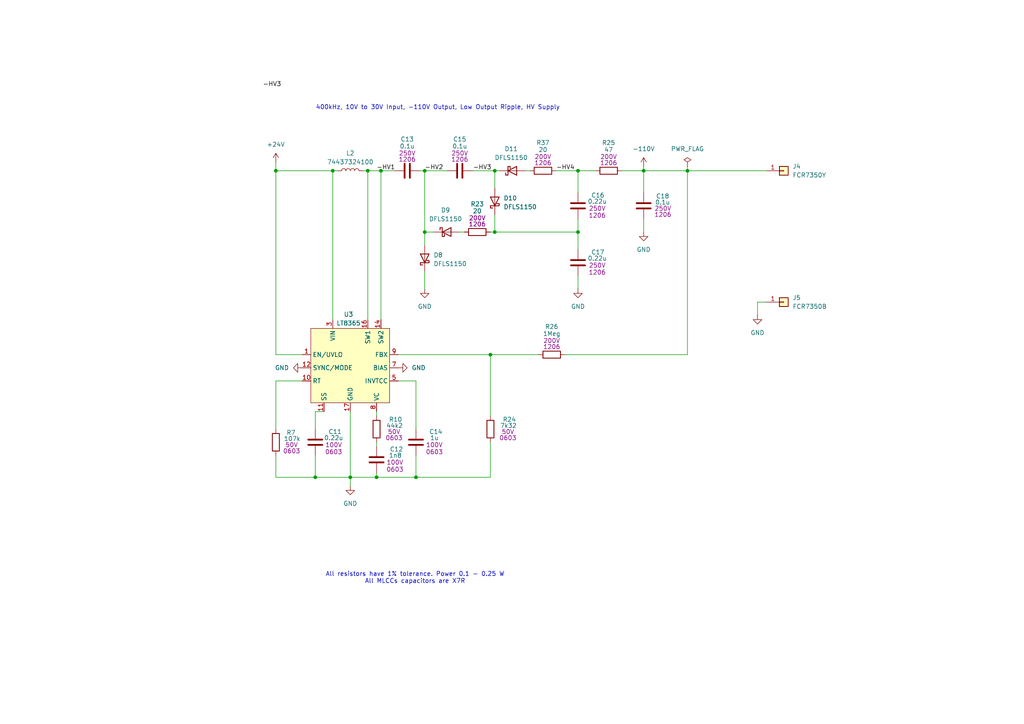
<source format=kicad_sch>
(kicad_sch (version 20231120) (generator "eeschema") (generator_version "8.0")
  (paper "A4")
  (lib_symbols
    (symbol "BOOST_LT8365:-110V" (power) (pin_numbers hide) (pin_names (offset 0) hide)
      (property "Value" "-110V" (at 0 3.556 0))
      (symbol "-110V_0_1"
        (polyline (pts (xy -0.762 1.27) (xy 0 2.54)))
        (polyline (pts (xy 0 0) (xy 0 2.54)))
        (polyline (pts (xy 0 2.54) (xy 0.762 1.27)))
      )
      (symbol "-110V_1_1"
        (pin power_in line (at 0 0 90) (length 0) (name "~") (number "1"))
      )
    )
    (symbol "BOOST_LT8365:LT8365"
      (property "Reference" "U" (at 0 12.446 0))
      (property "Value" "LT8365" (at 1.27 0 0))
      (symbol "LT8365_0_0"
        (pin passive line (at -13.97 -3.81 0) (length 2.54) (name "RT") (number "10"))
        (pin input line (at -7.62 -12.7 90) (length 2.54) (name "SS") (number "11"))
        (pin passive line (at 8.89 13.97 270) (length 2.54) (name "SW2") (number "14"))
        (pin passive line (at 5.08 13.97 270) (length 2.54) (name "SW1") (number "16"))
        (pin passive line (at 13.97 -3.81 180) (length 2.54) (name "INVTCC") (number "5"))
        (pin passive line (at 13.97 0 180) (length 2.54) (name "BIAS") (number "7"))
        (pin output line (at 7.62 -12.7 90) (length 2.54) (name "VC") (number "8"))
        (pin input line (at 13.97 3.81 180) (length 2.54) (name "FBX") (number "9"))
      )
      (symbol "LT8365_1_0"
        (pin passive line (at -13.97 3.81 0) (length 2.54) (name "EN/UVLO") (number "1"))
        (pin passive line (at -13.97 0 0) (length 2.54) (name "SYNC/MODE") (number "12"))
        (pin passive line (at 0 -12.7 90) (length 2.54) (name "GND") (number "17"))
        (pin passive line (at -5.08 13.97 270) (length 2.54) (name "VIN") (number "3"))
        (pin no_connect line (at 0 11.43 270) (length 2.54) hide (name "NC") (number "6"))
      )
      (symbol "LT8365_1_1"
        (rectangle (start -11.43 11.43) (end 11.43 -10.16) (fill (type background)))
      )
    )
    (symbol "Connector_Generic:Conn_01x01" (pin_names (offset 1.016) hide)
      (property "Reference" "J" (at 0 2.54 0))
      (property "Value" "Conn_01x01" (at 0 -2.54 0))
      (symbol "Conn_01x01_1_1"
        (rectangle (start -1.27 0.127) (end 0 -0.127) (stroke (width 0.1524)))
        (rectangle (start -1.27 1.27) (end 1.27 -1.27) (stroke (width 0.254)) (fill (type background)))
        (pin passive line (at -5.08 0 0) (length 3.81) (name "Pin_1") (number "1"))
      )
    )
    (symbol "Device:C" (pin_numbers hide) (pin_names (offset 0.254))
      (property "Reference" "C" (at 0.635 2.54 0))
      (property "Value" "C" (at 0.635 -2.54 0))
      (symbol "C_0_1"
        (polyline (pts (xy -2.032 -0.762) (xy 2.032 -0.762)) (stroke (width 0.508)))
        (polyline (pts (xy -2.032 0.762) (xy 2.032 0.762)) (stroke (width 0.508)))
      )
      (symbol "C_1_1"
        (pin passive line (at 0 3.81 270) (length 2.794) (name "~") (number "1"))
        (pin passive line (at 0 -3.81 90) (length 2.794) (name "~") (number "2"))
      )
    )
    (symbol "Device:D_Schottky" (pin_numbers hide) (pin_names (offset 1.016) hide)
      (property "Reference" "D" (at 0 2.54 0))
      (property "Value" "D_Schottky" (at 0 -2.54 0))
      (symbol "D_Schottky_0_1"
        (polyline (pts (xy 1.27 0) (xy -1.27 0)))
        (polyline (pts (xy 1.27 1.27) (xy 1.27 -1.27) (xy -1.27 0) (xy 1.27 1.27)) (stroke (width 0.254)))
        (polyline (pts (xy -1.905 0.635) (xy -1.905 1.27) (xy -1.27 1.27) (xy -1.27 -1.27) (xy -0.635 -1.27) (xy -0.635 -0.635)) (stroke (width 0.254)))
      )
      (symbol "D_Schottky_1_1"
        (pin passive line (at -3.81 0 0) (length 2.54) (name "K") (number "1"))
        (pin passive line (at 3.81 0 180) (length 2.54) (name "A") (number "2"))
      )
    )
    (symbol "Device:L" (pin_numbers hide) (pin_names (offset 1.016) hide)
      (property "Reference" "L" (at -1.27 0 90))
      (property "Value" "L" (at 1.905 0 90))
      (symbol "L_0_1"
        (arc (start 0 -2.54) (mid 0.6323 -1.905) (end 0 -1.27))
        (arc (start 0 -1.27) (mid 0.6323 -0.635) (end 0 0))
        (arc (start 0 0) (mid 0.6323 0.635) (end 0 1.27))
        (arc (start 0 1.27) (mid 0.6323 1.905) (end 0 2.54))
      )
      (symbol "L_1_1"
        (pin passive line (at 0 3.81 270) (length 1.27) (name "1") (number "1"))
        (pin passive line (at 0 -3.81 90) (length 1.27) (name "2") (number "2"))
      )
    )
    (symbol "Device:R" (pin_numbers hide) (pin_names (offset 0))
      (property "Reference" "R" (at 2.032 0 90))
      (property "Value" "R" (at 0 0 90))
      (symbol "R_0_1"
        (rectangle (start -1.016 -2.54) (end 1.016 2.54) (stroke (width 0.254)))
      )
      (symbol "R_1_1"
        (pin passive line (at 0 3.81 270) (length 1.27) (name "~") (number "1"))
        (pin passive line (at 0 -3.81 90) (length 1.27) (name "~") (number "2"))
      )
    )
    (symbol "power:+24V" (power) (pin_numbers hide) (pin_names (offset 0) hide)
      (property "Value" "+24V" (at 0 3.556 0))
      (symbol "+24V_0_1"
        (polyline (pts (xy -0.762 1.27) (xy 0 2.54)))
        (polyline (pts (xy 0 0) (xy 0 2.54)))
        (polyline (pts (xy 0 2.54) (xy 0.762 1.27)))
      )
      (symbol "+24V_1_1"
        (pin power_in line (at 0 0 90) (length 0) (name "~") (number "1"))
      )
    )
    (symbol "power:GND" (power) (pin_numbers hide) (pin_names (offset 0) hide)
      (property "Value" "GND" (at 0 -3.81 0))
      (symbol "GND_0_1"
        (polyline (pts (xy 0 0) (xy 0 -1.27) (xy 1.27 -1.27) (xy 0 -2.54) (xy -1.27 -1.27) (xy 0 -1.27)))
      )
      (symbol "GND_1_1"
        (pin power_in line (at 0 0 270) (length 0) (name "~") (number "1"))
      )
    )
    (symbol "power:PWR_FLAG" (power) (pin_numbers hide) (pin_names (offset 0) hide)
      (property "Value" "PWR_FLAG" (at 0 3.81 0))
      (symbol "PWR_FLAG_0_0"
        (pin power_out line (at 0 0 90) (length 0) (name "~") (number "1"))
      )
      (symbol "PWR_FLAG_0_1"
        (polyline (pts (xy 0 0) (xy 0 1.27) (xy -1.016 1.905) (xy 0 2.54) (xy 1.016 1.905) (xy 0 1.27)))
      )
    )
  )
  (junction (at 109.22 138.43))
  (junction (at 186.69 49.53))
  (junction (at 143.51 67.31))
  (junction (at 106.68 49.53))
  (junction (at 167.64 67.31))
  (junction (at 101.6 138.43))
  (junction (at 91.44 138.43))
  (junction (at 110.49 49.53))
  (junction (at 96.52 49.53))
  (junction (at 120.65 138.43))
  (junction (at 123.19 67.31))
  (junction (at 199.39 49.53))
  (junction (at 123.19 49.53))
  (junction (at 80.01 49.53))
  (junction (at 142.24 102.87))
  (junction (at 143.51 49.53))
  (junction (at 167.64 49.53))
  (wire (pts (xy 199.39 49.53) (xy 222.25 49.53)))
  (wire (pts (xy 120.65 110.49) (xy 115.57 110.49)))
  (wire (pts (xy 109.22 128.27) (xy 109.22 129.54)))
  (wire (pts (xy 219.71 87.63) (xy 222.25 87.63)))
  (wire (pts (xy 110.49 49.53) (xy 114.3 49.53)))
  (wire (pts (xy 186.69 48.26) (xy 186.69 49.53)))
  (wire (pts (xy 109.22 120.65) (xy 109.22 119.38)))
  (wire (pts (xy 180.34 49.53) (xy 186.69 49.53)))
  (wire (pts (xy 123.19 49.53) (xy 129.54 49.53)))
  (wire (pts (xy 143.51 54.61) (xy 143.51 49.53)))
  (wire (pts (xy 80.01 124.46) (xy 80.01 110.49)))
  (wire (pts (xy 123.19 67.31) (xy 123.19 49.53)))
  (wire (pts (xy 120.65 124.46) (xy 120.65 110.49)))
  (wire (pts (xy 186.69 63.5) (xy 186.69 67.31)))
  (wire (pts (xy 105.41 49.53) (xy 106.68 49.53)))
  (wire (pts (xy 123.19 78.74) (xy 123.19 83.82)))
  (wire (pts (xy 91.44 138.43) (xy 91.44 132.08)))
  (wire (pts (xy 110.49 92.71) (xy 110.49 49.53)))
  (wire (pts (xy 109.22 138.43) (xy 120.65 138.43)))
  (wire (pts (xy 152.4 49.53) (xy 153.67 49.53)))
  (wire (pts (xy 80.01 138.43) (xy 91.44 138.43)))
  (wire (pts (xy 80.01 46.99) (xy 80.01 49.53)))
  (wire (pts (xy 101.6 138.43) (xy 91.44 138.43)))
  (wire (pts (xy 120.65 138.43) (xy 120.65 132.08)))
  (wire (pts (xy 161.29 49.53) (xy 167.64 49.53)))
  (wire (pts (xy 142.24 102.87) (xy 142.24 120.65)))
  (wire (pts (xy 186.69 55.88) (xy 186.69 49.53)))
  (wire (pts (xy 80.01 110.49) (xy 87.63 110.49)))
  (wire (pts (xy 143.51 67.31) (xy 167.64 67.31)))
  (wire (pts (xy 91.44 124.46) (xy 91.44 119.38)))
  (wire (pts (xy 142.24 67.31) (xy 143.51 67.31)))
  (wire (pts (xy 133.35 67.31) (xy 134.62 67.31)))
  (wire (pts (xy 142.24 128.27) (xy 142.24 138.43)))
  (wire (pts (xy 143.51 67.31) (xy 143.51 62.23)))
  (wire (pts (xy 137.16 49.53) (xy 143.51 49.53)))
  (wire (pts (xy 167.64 49.53) (xy 167.64 55.88)))
  (wire (pts (xy 163.83 102.87) (xy 199.39 102.87)))
  (wire (pts (xy 101.6 119.38) (xy 101.6 138.43)))
  (wire (pts (xy 87.63 102.87) (xy 80.01 102.87)))
  (wire (pts (xy 142.24 102.87) (xy 156.21 102.87)))
  (wire (pts (xy 106.68 49.53) (xy 106.68 92.71)))
  (wire (pts (xy 80.01 102.87) (xy 80.01 49.53)))
  (wire (pts (xy 109.22 137.16) (xy 109.22 138.43)))
  (wire (pts (xy 115.57 102.87) (xy 142.24 102.87)))
  (wire (pts (xy 143.51 49.53) (xy 144.78 49.53)))
  (wire (pts (xy 123.19 67.31) (xy 123.19 71.12)))
  (wire (pts (xy 101.6 138.43) (xy 109.22 138.43)))
  (wire (pts (xy 167.64 67.31) (xy 167.64 72.39)))
  (wire (pts (xy 91.44 119.38) (xy 93.98 119.38)))
  (wire (pts (xy 219.71 91.44) (xy 219.71 87.63)))
  (wire (pts (xy 199.39 49.53) (xy 199.39 102.87)))
  (wire (pts (xy 80.01 132.08) (xy 80.01 138.43)))
  (wire (pts (xy 120.65 138.43) (xy 142.24 138.43)))
  (wire (pts (xy 106.68 49.53) (xy 110.49 49.53)))
  (wire (pts (xy 199.39 48.26) (xy 199.39 49.53)))
  (wire (pts (xy 123.19 67.31) (xy 125.73 67.31)))
  (wire (pts (xy 123.19 49.53) (xy 121.92 49.53)))
  (wire (pts (xy 101.6 138.43) (xy 101.6 140.97)))
  (wire (pts (xy 80.01 49.53) (xy 96.52 49.53)))
  (wire (pts (xy 167.64 63.5) (xy 167.64 67.31)))
  (wire (pts (xy 97.79 49.53) (xy 96.52 49.53)))
  (wire (pts (xy 186.69 49.53) (xy 199.39 49.53)))
  (wire (pts (xy 96.52 49.53) (xy 96.52 92.71)))
  (wire (pts (xy 167.64 80.01) (xy 167.64 83.82)))
  (wire (pts (xy 167.64 49.53) (xy 172.72 49.53)))
  (text "All resistors have 1% tolerance. Power 0.1 - 0.25 W\nAll MLCCs capacitors are X7R" (at 120.396 167.64 0) (effects (font (size 1.27 1.27))))
  (text "400kHz, 10V to 30V Input, -110V Output, Low Output Ripple, HV Supply" (at 127 31.242 0) (effects (font (size 1.27 1.27))))
  (label "-HV3" (at 76.2 25.4 0))
  (label "-HV4" (at 161.29 49.53 0))
  (label "-HV1" (at 109.22 49.53 0))
  (label "-HV2" (at 123.19 49.53 0))
  (label "-HV3" (at 137.16 49.53 0))
  (symbol (lib_id "power:GND") (at 123.19 83.82 0) (unit 1)
    (property "Reference" "#PWR021" (effects (hide yes)))
    (property "Value" "GND" (at 123.19 88.9 0))
    (property "Description" "Power symbol creates a global label with name \"GND\" , ground" (effects (hide yes)))
  )
  (symbol (lib_id "Device:R") (at 157.48 49.53 90) (unit 1)
    (property "Reference" "R37" (at 157.48 41.402 90))
    (property "Value" "20" (at 157.48 43.434 90))
    (property "Footprint" "Resistor_SMD:R_1206_3216Metric_Pad1.30x1.75mm_HandSolder" (effects (hide yes)))
    (property "Description" "Resistor" (effects (hide yes)))
    (property "Voltage" "200V" (at 157.48 45.466 90))
    (property "Package" "1206" (at 157.48 47.244 90))
  )
  (symbol (lib_id "Device:C") (at 120.65 128.27 0) (unit 1)
    (property "Reference" "C14" (at 124.46 125.222 0) (effects (justify left)))
    (property "Value" "1u" (at 124.714 127 0) (effects (justify left)))
    (property "Footprint" "Capacitor_SMD:C_0603_1608Metric_Pad1.08x0.95mm_HandSolder" (effects (hide yes)))
    (property "Description" "Unpolarized capacitor" (effects (hide yes)))
    (property "Voltage" "100V" (at 125.984 129.032 0))
    (property "Package" "0603" (at 125.984 131.064 0))
  )
  (symbol (lib_id "Device:L") (at 101.6 49.53 90) (unit 1)
    (property "Reference" "L2" (at 101.6 44.45 90))
    (property "Value" "74437324100" (at 101.6 46.99 90))
    (property "Description" "Inductor" (effects (hide yes)))
  )
  (symbol (lib_id "Device:R") (at 160.02 102.87 90) (unit 1)
    (property "Reference" "R26" (at 160.02 94.742 90))
    (property "Value" "1Meg" (at 160.02 96.774 90))
    (property "Footprint" "Resistor_SMD:R_1206_3216Metric_Pad1.30x1.75mm_HandSolder" (effects (hide yes)))
    (property "Description" "Resistor" (effects (hide yes)))
    (property "Voltage" "200V" (at 160.02 98.806 90))
    (property "Package" "1206" (at 160.02 100.584 90))
  )
  (symbol (lib_id "Device:R") (at 176.53 49.53 90) (unit 1)
    (property "Reference" "R25" (at 176.53 41.402 90))
    (property "Value" "47" (at 176.53 43.434 90))
    (property "Footprint" "Resistor_SMD:R_1206_3216Metric_Pad1.30x1.75mm_HandSolder" (effects (hide yes)))
    (property "Description" "Resistor" (effects (hide yes)))
    (property "Voltage" "200V" (at 176.53 45.466 90))
    (property "Package" "1206" (at 176.53 47.244 90))
  )
  (symbol (lib_id "Device:C") (at 167.64 76.2 0) (unit 1)
    (property "Reference" "C17" (at 171.45 73.152 0) (effects (justify left)))
    (property "Value" "0.22u" (at 170.434 74.93 0) (effects (justify left)))
    (property "Footprint" "Capacitor_SMD:C_1206_3216Metric_Pad1.33x1.80mm_HandSolder" (effects (hide yes)))
    (property "Description" "Unpolarized capacitor" (effects (hide yes)))
    (property "Voltage" "250V" (at 173.228 76.962 0))
    (property "Package" "1206" (at 173.228 78.994 0))
  )
  (symbol (lib_id "power:GND") (at 186.69 67.31 0) (unit 1)
    (property "Reference" "#PWR024" (effects (hide yes)))
    (property "Value" "GND" (at 186.69 72.39 0))
    (property "Description" "Power symbol creates a global label with name \"GND\" , ground" (effects (hide yes)))
  )
  (symbol (lib_id "Device:R") (at 109.22 124.46 0) (unit 1)
    (property "Reference" "R10" (at 112.776 121.666 0) (effects (justify left)))
    (property "Value" "44k2" (at 112.014 123.4439 0) (effects (justify left)))
    (property "Footprint" "Resistor_SMD:R_0603_1608Metric_Pad0.98x0.95mm_HandSolder" (effects (hide yes)))
    (property "Description" "Resistor" (effects (hide yes)))
    (property "Voltage" "50V" (at 114.3 125.222 0))
    (property "Package" "0603" (at 114.3 127 0))
  )
  (symbol (lib_id "Device:R") (at 138.43 67.31 90) (unit 1)
    (property "Reference" "R23" (at 138.43 59.182 90))
    (property "Value" "20" (at 138.43 61.214 90))
    (property "Footprint" "Resistor_SMD:R_1206_3216Metric_Pad1.30x1.75mm_HandSolder" (effects (hide yes)))
    (property "Description" "Resistor" (effects (hide yes)))
    (property "Voltage" "200V" (at 138.43 63.246 90))
    (property "Package" "1206" (at 138.43 65.024 90))
  )
  (symbol (lib_id "Device:C") (at 118.11 49.53 90) (unit 1)
    (property "Reference" "C13" (at 118.11 40.386 90))
    (property "Value" "0.1u" (at 118.11 42.418 90))
    (property "Footprint" "Capacitor_SMD:C_1206_3216Metric_Pad1.33x1.80mm_HandSolder" (effects (hide yes)))
    (property "Description" "Unpolarized capacitor" (effects (hide yes)))
    (property "Voltage" "250V" (at 118.11 44.45 90))
    (property "Package" "1206" (at 118.11 46.228 90))
  )
  (symbol (lib_id "Device:D_Schottky") (at 148.59 49.53 0) (mirror x) (unit 1)
    (property "Reference" "D11" (at 148.2725 43.18 0))
    (property "Value" "DFLS1150" (at 148.2725 45.72 0))
    (property "Footprint" "Diode_SMD:D_PowerDI-123" (effects (hide yes)))
    (property "Description" "Schottky diode" (effects (hide yes)))
  )
  (symbol (lib_id "Device:C") (at 133.35 49.53 90) (unit 1)
    (property "Reference" "C15" (at 133.35 40.386 90))
    (property "Value" "0.1u" (at 133.35 42.418 90))
    (property "Footprint" "Capacitor_SMD:C_1206_3216Metric_Pad1.33x1.80mm_HandSolder" (effects (hide yes)))
    (property "Description" "Unpolarized capacitor" (effects (hide yes)))
    (property "Voltage" "250V" (at 133.35 44.45 90))
    (property "Package" "1206" (at 133.35 46.228 90))
  )
  (symbol (lib_id "Device:C") (at 186.69 59.69 0) (unit 1)
    (property "Reference" "C18" (at 190.246 56.896 0) (effects (justify left)))
    (property "Value" "0.1u" (at 189.992 58.6739 0) (effects (justify left)))
    (property "Footprint" "Capacitor_SMD:C_1206_3216Metric_Pad1.33x1.80mm_HandSolder" (effects (hide yes)))
    (property "Description" "Unpolarized capacitor" (effects (hide yes)))
    (property "Voltage" "250V" (at 192.278 60.452 0))
    (property "Package" "1206" (at 192.278 62.23 0))
  )
  (symbol (lib_id "power:GND") (at 101.6 140.97 0) (unit 1)
    (property "Reference" "#PWR019" (effects (hide yes)))
    (property "Value" "GND" (at 101.6 146.05 0))
    (property "Description" "Power symbol creates a global label with name \"GND\" , ground" (effects (hide yes)))
  )
  (symbol (lib_id "power:GND") (at 219.71 91.44 0) (unit 1)
    (property "Reference" "#PWR010" (effects (hide yes)))
    (property "Value" "GND" (at 219.71 96.52 0))
    (property "Description" "Power symbol creates a global label with name \"GND\" , ground" (effects (hide yes)))
  )
  (symbol (lib_id "Device:C") (at 91.44 128.27 0) (unit 1)
    (property "Reference" "C11" (at 95.25 125.222 0) (effects (justify left)))
    (property "Value" "0.22u" (at 93.98 126.9999 0) (effects (justify left)))
    (property "Footprint" "Capacitor_SMD:C_0603_1608Metric_Pad1.08x0.95mm_HandSolder" (effects (hide yes)))
    (property "Description" "Unpolarized capacitor" (effects (hide yes)))
    (property "Voltage" "100V" (at 96.774 129.032 0))
    (property "Package" "0603" (at 96.774 131.064 0))
  )
  (symbol (lib_id "Device:R") (at 80.01 128.27 0) (unit 1)
    (property "Reference" "R7" (at 83.058 125.476 0) (effects (justify left)))
    (property "Value" "107k" (at 82.296 127.254 0) (effects (justify left)))
    (property "Footprint" "Resistor_SMD:R_0603_1608Metric_Pad0.98x0.95mm_HandSolder" (effects (hide yes)))
    (property "Description" "Resistor" (effects (hide yes)))
    (property "Voltage" "50V" (at 84.582 129.032 0))
    (property "Package" "0603" (at 84.582 130.81 0))
  )
  (symbol (lib_id "power:GND") (at 87.63 106.68 270) (unit 1)
    (property "Reference" "#PWR018" (effects (hide yes)))
    (property "Value" "GND" (at 83.82 106.6799 90) (effects (justify right)))
    (property "Description" "Power symbol creates a global label with name \"GND\" , ground" (effects (hide yes)))
  )
  (symbol (lib_id "Device:D_Schottky") (at 143.51 58.42 90) (unit 1)
    (property "Reference" "D10" (at 146.05 57.4674 90) (effects (justify right)))
    (property "Value" "DFLS1150" (at 146.05 60.0074 90) (effects (justify right)))
    (property "Footprint" "Diode_SMD:D_PowerDI-123" (effects (hide yes)))
    (property "Description" "Schottky diode" (effects (hide yes)))
  )
  (symbol (lib_id "Connector_Generic:Conn_01x01") (at 227.33 87.63 0) (unit 1)
    (property "Reference" "J5" (at 229.87 86.3599 0) (effects (justify left)))
    (property "Value" "FCR7350B" (at 229.87 88.8999 0) (effects (justify left)))
    (property "Description" "Generic connector, single row, 01x01, script generated (kicad-library-utils/schlib/autogen/connector/)" (effects (hide yes)))
  )
  (symbol (lib_id "Connector_Generic:Conn_01x01") (at 227.33 49.53 0) (unit 1)
    (property "Reference" "J4" (at 229.87 48.2599 0) (effects (justify left)))
    (property "Value" "FCR7350Y" (at 229.87 50.7999 0) (effects (justify left)))
    (property "Description" "Generic connector, single row, 01x01, script generated (kicad-library-utils/schlib/autogen/connector/)" (effects (hide yes)))
  )
  (symbol (lib_id "power:+24V") (at 80.01 46.99 0) (unit 1)
    (property "Reference" "#PWR017" (effects (hide yes)))
    (property "Value" "+24V" (at 80.01 41.91 0))
    (property "Description" "Power symbol creates a global label with name \"+24V\"" (effects (hide yes)))
  )
  (symbol (lib_id "Device:D_Schottky") (at 123.19 74.93 90) (unit 1)
    (property "Reference" "D8" (at 125.73 73.9774 90) (effects (justify right)))
    (property "Value" "DFLS1150" (at 125.73 76.5174 90) (effects (justify right)))
    (property "Footprint" "Diode_SMD:D_PowerDI-123" (effects (hide yes)))
    (property "Description" "Schottky diode" (effects (hide yes)))
  )
  (symbol (lib_id "Device:D_Schottky") (at 129.54 67.31 0) (unit 1)
    (property "Reference" "D9" (at 129.2225 60.96 0))
    (property "Value" "DFLS1150" (at 129.2225 63.5 0))
    (property "Footprint" "Diode_SMD:D_PowerDI-123" (effects (hide yes)))
    (property "Description" "Schottky diode" (effects (hide yes)))
  )
  (symbol (lib_id "Device:C") (at 109.22 133.35 0) (unit 1)
    (property "Reference" "C12" (at 113.03 130.302 0) (effects (justify left)))
    (property "Value" "1n8" (at 112.776 132.08 0) (effects (justify left)))
    (property "Footprint" "Capacitor_SMD:C_0603_1608Metric_Pad1.08x0.95mm_HandSolder" (effects (hide yes)))
    (property "Description" "Unpolarized capacitor" (effects (hide yes)))
    (property "Voltage" "100V" (at 114.554 134.112 0))
    (property "Package" "0603" (at 114.554 136.144 0))
  )
  (symbol (lib_id "BOOST_LT8365:LT8365") (at 101.6 106.68 0) (unit 1)
    (property "Reference" "U3" (at 101.092 91.186 0))
    (property "Value" "LT8365" (at 101.092 93.726 0))
    (property "Footprint" "BOOST_LT8365:05-08-1871_ADI" (effects (hide yes)))
    (property "Datasheet" "https://www.analog.com/media/en/technical-documentation/data-sheets/lt8365.pdf" (effects (hide yes)))
    (property "Description" "Low IQ Boost/SEPIC/Inverting Converter with 1.5A, 150V Switch" (effects (hide yes)))
  )
  (symbol (lib_id "power:PWR_FLAG") (at 199.39 48.26 0) (unit 1)
    (property "Reference" "#FLG01" (effects (hide yes)))
    (property "Value" "PWR_FLAG" (at 199.39 43.18 0))
    (property "Description" "Special symbol for telling ERC where power comes from" (effects (hide yes)))
  )
  (symbol (lib_id "Device:C") (at 167.64 59.69 0) (unit 1)
    (property "Reference" "C16" (at 171.45 56.642 0) (effects (justify left)))
    (property "Value" "0.22u" (at 170.434 58.42 0) (effects (justify left)))
    (property "Footprint" "Capacitor_SMD:C_1206_3216Metric_Pad1.33x1.80mm_HandSolder" (effects (hide yes)))
    (property "Description" "Unpolarized capacitor" (effects (hide yes)))
    (property "Voltage" "250V" (at 173.228 60.452 0))
    (property "Package" "1206" (at 173.228 62.484 0))
  )
  (symbol (lib_id "power:GND") (at 115.57 106.68 90) (unit 1)
    (property "Reference" "#PWR020" (effects (hide yes)))
    (property "Value" "GND" (at 119.38 106.6799 90) (effects (justify right)))
    (property "Description" "Power symbol creates a global label with name \"GND\" , ground" (effects (hide yes)))
  )
  (symbol (lib_id "BOOST_LT8365:-110V") (at 186.69 48.26 0) (unit 1)
    (property "Reference" "#PWR011" (effects (hide yes)))
    (property "Value" "-110V" (at 186.69 43.18 0))
    (property "Description" "Power symbol creates a global label" (effects (hide yes)))
  )
  (symbol (lib_id "Device:R") (at 142.24 124.46 0) (unit 1)
    (property "Reference" "R24" (at 145.796 121.666 0) (effects (justify left)))
    (property "Value" "7k32" (at 145.034 123.4439 0) (effects (justify left)))
    (property "Footprint" "Resistor_SMD:R_0603_1608Metric_Pad0.98x0.95mm_HandSolder" (effects (hide yes)))
    (property "Description" "Resistor" (effects (hide yes)))
    (property "Voltage" "50V" (at 147.32 125.222 0))
    (property "Package" "0603" (at 147.32 127 0))
  )
  (symbol (lib_id "power:GND") (at 167.64 83.82 0) (unit 1)
    (property "Reference" "#PWR022" (effects (hide yes)))
    (property "Value" "GND" (at 167.64 88.9 0))
    (property "Description" "Power symbol creates a global label with name \"GND\" , ground" (effects (hide yes)))
  )
)
</source>
